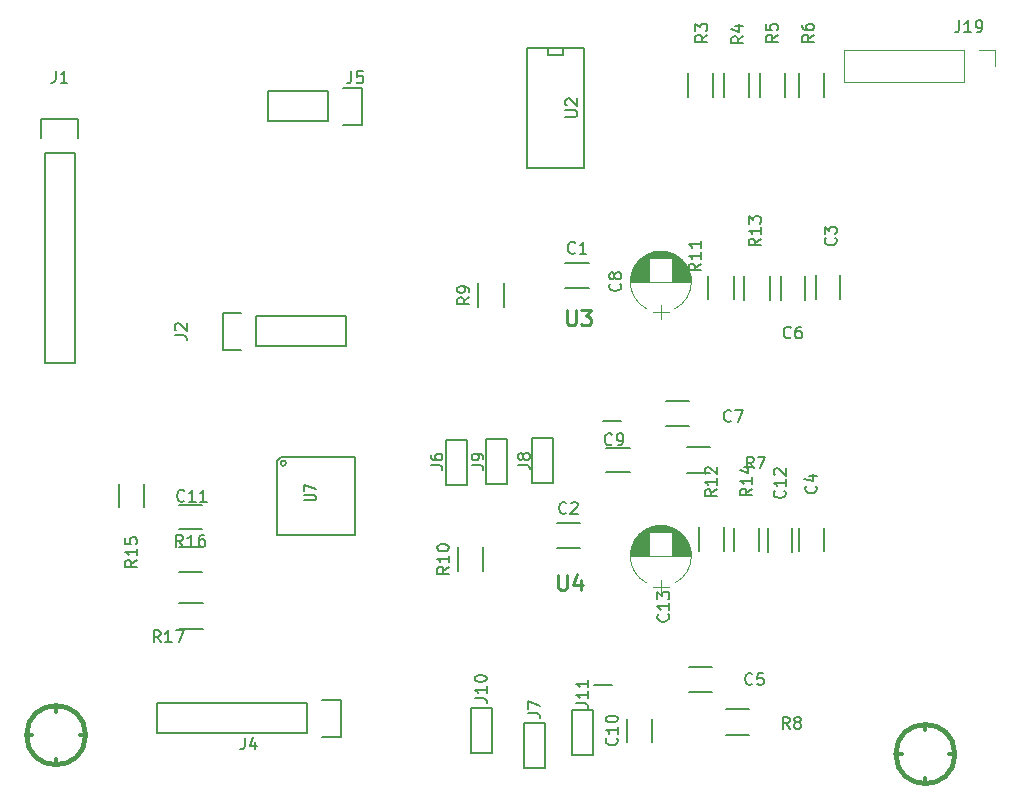
<source format=gbr>
G04 #@! TF.FileFunction,Legend,Top*
%FSLAX46Y46*%
G04 Gerber Fmt 4.6, Leading zero omitted, Abs format (unit mm)*
G04 Created by KiCad (PCBNEW 4.0.7) date Thursday, 23 May 2019 'à' 18:59:53*
%MOMM*%
%LPD*%
G01*
G04 APERTURE LIST*
%ADD10C,0.100000*%
%ADD11C,0.150000*%
%ADD12C,0.127000*%
%ADD13C,0.120000*%
%ADD14C,0.200000*%
%ADD15C,0.300000*%
%ADD16C,0.381000*%
%ADD17C,0.200025*%
%ADD18C,0.200660*%
%ADD19C,0.254000*%
G04 APERTURE END LIST*
D10*
D11*
X146086000Y-72280000D02*
X141260000Y-72280000D01*
X141260000Y-72280000D02*
X141260000Y-62120000D01*
X141260000Y-62120000D02*
X146086000Y-62120000D01*
X146086000Y-62120000D02*
X146086000Y-72280000D01*
X144308000Y-62120000D02*
X144308000Y-62755000D01*
X144308000Y-62755000D02*
X143038000Y-62755000D01*
X143038000Y-62755000D02*
X143038000Y-62120000D01*
X146517000Y-80356600D02*
X144517000Y-80356600D01*
X144517000Y-82406600D02*
X146517000Y-82406600D01*
X145780000Y-102378000D02*
X143780000Y-102378000D01*
X143780000Y-104428000D02*
X145780000Y-104428000D01*
X149996000Y-95952200D02*
X147996000Y-95952200D01*
X147996000Y-98002200D02*
X149996000Y-98002200D01*
X149775000Y-118900000D02*
X149775000Y-120900000D01*
X151825000Y-120900000D02*
X151825000Y-118900000D01*
X113776000Y-100829000D02*
X111776000Y-100829000D01*
X111776000Y-102879000D02*
X113776000Y-102879000D01*
X102970000Y-70970000D02*
X102970000Y-88750000D01*
X102970000Y-88750000D02*
X100430000Y-88750000D01*
X100430000Y-88750000D02*
X100430000Y-70970000D01*
X103250000Y-68150000D02*
X103250000Y-69700000D01*
X102970000Y-70970000D02*
X100430000Y-70970000D01*
X100150000Y-69700000D02*
X100150000Y-68150000D01*
X100150000Y-68150000D02*
X103250000Y-68150000D01*
X118364000Y-87376000D02*
X125984000Y-87376000D01*
X118364000Y-84836000D02*
X125984000Y-84836000D01*
X115544000Y-84556000D02*
X117094000Y-84556000D01*
X125984000Y-87376000D02*
X125984000Y-84836000D01*
X118364000Y-84836000D02*
X118364000Y-87376000D01*
X117094000Y-87656000D02*
X115544000Y-87656000D01*
X115544000Y-87656000D02*
X115544000Y-84556000D01*
X122682000Y-120142000D02*
X109982000Y-120142000D01*
X109982000Y-120142000D02*
X109982000Y-117602000D01*
X109982000Y-117602000D02*
X122682000Y-117602000D01*
X125502000Y-120422000D02*
X123952000Y-120422000D01*
X122682000Y-120142000D02*
X122682000Y-117602000D01*
X123952000Y-117322000D02*
X125502000Y-117322000D01*
X125502000Y-117322000D02*
X125502000Y-120422000D01*
X124460000Y-65786000D02*
X119380000Y-65786000D01*
X119380000Y-65786000D02*
X119380000Y-68326000D01*
X119380000Y-68326000D02*
X124460000Y-68326000D01*
X127280000Y-68606000D02*
X125730000Y-68606000D01*
X124460000Y-68326000D02*
X124460000Y-65786000D01*
X125730000Y-65506000D02*
X127280000Y-65506000D01*
X127280000Y-65506000D02*
X127280000Y-68606000D01*
X136220000Y-99085400D02*
X136220000Y-95275400D01*
X136220000Y-95275400D02*
X134442000Y-95275400D01*
X134442000Y-95275400D02*
X134442000Y-99085400D01*
X136220000Y-99085400D02*
X134442000Y-99085400D01*
X142824000Y-123063000D02*
X142824000Y-119253000D01*
X142824000Y-119253000D02*
X141046000Y-119253000D01*
X141046000Y-119253000D02*
X141046000Y-123063000D01*
X142824000Y-123063000D02*
X141046000Y-123063000D01*
X143485000Y-98983800D02*
X143485000Y-95173800D01*
X143485000Y-95173800D02*
X141707000Y-95173800D01*
X141707000Y-95173800D02*
X141707000Y-98983800D01*
X143485000Y-98983800D02*
X141707000Y-98983800D01*
X139548000Y-99034600D02*
X139548000Y-95224600D01*
X139548000Y-95224600D02*
X137770000Y-95224600D01*
X137770000Y-95224600D02*
X137770000Y-99034600D01*
X139548000Y-99034600D02*
X137770000Y-99034600D01*
X138289000Y-121805000D02*
X138289000Y-117995000D01*
X138289000Y-117995000D02*
X136511000Y-117995000D01*
X136511000Y-117995000D02*
X136511000Y-121805000D01*
X138289000Y-121805000D02*
X136511000Y-121805000D01*
X146888000Y-121996000D02*
X146888000Y-118186000D01*
X146888000Y-118186000D02*
X145110000Y-118186000D01*
X145110000Y-118186000D02*
X145110000Y-121996000D01*
X146888000Y-121996000D02*
X145110000Y-121996000D01*
X154881000Y-66278000D02*
X154881000Y-64278000D01*
X157031000Y-64278000D02*
X157031000Y-66278000D01*
X157929000Y-66278000D02*
X157929000Y-64278000D01*
X160079000Y-64278000D02*
X160079000Y-66278000D01*
X160977000Y-66278000D02*
X160977000Y-64278000D01*
X163127000Y-64278000D02*
X163127000Y-66278000D01*
X164279000Y-66278000D02*
X164279000Y-64278000D01*
X166429000Y-64278000D02*
X166429000Y-66278000D01*
X139302000Y-82058000D02*
X139302000Y-84058000D01*
X137152000Y-84058000D02*
X137152000Y-82058000D01*
X137575000Y-104410000D02*
X137575000Y-106410000D01*
X135425000Y-106410000D02*
X135425000Y-104410000D01*
X106725000Y-101000000D02*
X106725000Y-99000000D01*
X108875000Y-99000000D02*
X108875000Y-101000000D01*
X111776000Y-104335000D02*
X113776000Y-104335000D01*
X113776000Y-106485000D02*
X111776000Y-106485000D01*
X111800000Y-109125000D02*
X113800000Y-109125000D01*
X113800000Y-111275000D02*
X111800000Y-111275000D01*
D12*
X120867296Y-97274380D02*
G75*
G03X120867296Y-97274380I-224916J0D01*
G01*
X120441720Y-96774000D02*
X126743460Y-96774000D01*
X126743460Y-96774000D02*
X126743460Y-103375460D01*
X126743460Y-103375460D02*
X120243600Y-103375460D01*
X120243600Y-103375460D02*
X120142000Y-103375460D01*
X120142000Y-103375460D02*
X120142000Y-97076260D01*
X120142000Y-97076260D02*
X120441720Y-96774000D01*
D11*
X165751000Y-81346800D02*
X165751000Y-83346800D01*
X167801000Y-83346800D02*
X167801000Y-81346800D01*
X164329000Y-102734000D02*
X164329000Y-104734000D01*
X166379000Y-104734000D02*
X166379000Y-102734000D01*
X154956000Y-116620000D02*
X156956000Y-116620000D01*
X156956000Y-114570000D02*
X154956000Y-114570000D01*
X162754000Y-81448400D02*
X162754000Y-83448400D01*
X164804000Y-83448400D02*
X164804000Y-81448400D01*
X155026000Y-92040600D02*
X153026000Y-92040600D01*
X153026000Y-94090600D02*
X155026000Y-94090600D01*
X161687000Y-102784000D02*
X161687000Y-104784000D01*
X163737000Y-104784000D02*
X163737000Y-102784000D01*
X156804000Y-98077600D02*
X154804000Y-98077600D01*
X154804000Y-95927600D02*
X156804000Y-95927600D01*
X158100000Y-118125000D02*
X160100000Y-118125000D01*
X160100000Y-120275000D02*
X158100000Y-120275000D01*
X158758000Y-81397600D02*
X158758000Y-83397600D01*
X156608000Y-83397600D02*
X156608000Y-81397600D01*
X157945000Y-102683000D02*
X157945000Y-104683000D01*
X155795000Y-104683000D02*
X155795000Y-102683000D01*
X161806000Y-81448400D02*
X161806000Y-83448400D01*
X159656000Y-83448400D02*
X159656000Y-81448400D01*
X160943000Y-102734000D02*
X160943000Y-104734000D01*
X158793000Y-104734000D02*
X158793000Y-102734000D01*
D13*
X151423277Y-102815278D02*
G75*
G03X151423000Y-107426580I1179723J-2305722D01*
G01*
X153782723Y-102815278D02*
G75*
G02X153783000Y-107426580I-1179723J-2305722D01*
G01*
X153782723Y-102815278D02*
G75*
G03X151423000Y-102815420I-1179723J-2305722D01*
G01*
X150053000Y-105121000D02*
X155153000Y-105121000D01*
X150053000Y-105081000D02*
X151623000Y-105081000D01*
X153583000Y-105081000D02*
X155153000Y-105081000D01*
X150054000Y-105041000D02*
X151623000Y-105041000D01*
X153583000Y-105041000D02*
X155152000Y-105041000D01*
X150055000Y-105001000D02*
X151623000Y-105001000D01*
X153583000Y-105001000D02*
X155151000Y-105001000D01*
X150057000Y-104961000D02*
X151623000Y-104961000D01*
X153583000Y-104961000D02*
X155149000Y-104961000D01*
X150060000Y-104921000D02*
X151623000Y-104921000D01*
X153583000Y-104921000D02*
X155146000Y-104921000D01*
X150064000Y-104881000D02*
X151623000Y-104881000D01*
X153583000Y-104881000D02*
X155142000Y-104881000D01*
X150068000Y-104841000D02*
X151623000Y-104841000D01*
X153583000Y-104841000D02*
X155138000Y-104841000D01*
X150072000Y-104801000D02*
X151623000Y-104801000D01*
X153583000Y-104801000D02*
X155134000Y-104801000D01*
X150078000Y-104761000D02*
X151623000Y-104761000D01*
X153583000Y-104761000D02*
X155128000Y-104761000D01*
X150084000Y-104721000D02*
X151623000Y-104721000D01*
X153583000Y-104721000D02*
X155122000Y-104721000D01*
X150090000Y-104681000D02*
X151623000Y-104681000D01*
X153583000Y-104681000D02*
X155116000Y-104681000D01*
X150097000Y-104641000D02*
X151623000Y-104641000D01*
X153583000Y-104641000D02*
X155109000Y-104641000D01*
X150105000Y-104601000D02*
X151623000Y-104601000D01*
X153583000Y-104601000D02*
X155101000Y-104601000D01*
X150114000Y-104561000D02*
X151623000Y-104561000D01*
X153583000Y-104561000D02*
X155092000Y-104561000D01*
X150123000Y-104521000D02*
X151623000Y-104521000D01*
X153583000Y-104521000D02*
X155083000Y-104521000D01*
X150133000Y-104481000D02*
X151623000Y-104481000D01*
X153583000Y-104481000D02*
X155073000Y-104481000D01*
X150143000Y-104441000D02*
X151623000Y-104441000D01*
X153583000Y-104441000D02*
X155063000Y-104441000D01*
X150155000Y-104400000D02*
X151623000Y-104400000D01*
X153583000Y-104400000D02*
X155051000Y-104400000D01*
X150167000Y-104360000D02*
X151623000Y-104360000D01*
X153583000Y-104360000D02*
X155039000Y-104360000D01*
X150179000Y-104320000D02*
X151623000Y-104320000D01*
X153583000Y-104320000D02*
X155027000Y-104320000D01*
X150193000Y-104280000D02*
X151623000Y-104280000D01*
X153583000Y-104280000D02*
X155013000Y-104280000D01*
X150207000Y-104240000D02*
X151623000Y-104240000D01*
X153583000Y-104240000D02*
X154999000Y-104240000D01*
X150221000Y-104200000D02*
X151623000Y-104200000D01*
X153583000Y-104200000D02*
X154985000Y-104200000D01*
X150237000Y-104160000D02*
X151623000Y-104160000D01*
X153583000Y-104160000D02*
X154969000Y-104160000D01*
X150253000Y-104120000D02*
X151623000Y-104120000D01*
X153583000Y-104120000D02*
X154953000Y-104120000D01*
X150270000Y-104080000D02*
X151623000Y-104080000D01*
X153583000Y-104080000D02*
X154936000Y-104080000D01*
X150288000Y-104040000D02*
X151623000Y-104040000D01*
X153583000Y-104040000D02*
X154918000Y-104040000D01*
X150307000Y-104000000D02*
X151623000Y-104000000D01*
X153583000Y-104000000D02*
X154899000Y-104000000D01*
X150327000Y-103960000D02*
X151623000Y-103960000D01*
X153583000Y-103960000D02*
X154879000Y-103960000D01*
X150347000Y-103920000D02*
X151623000Y-103920000D01*
X153583000Y-103920000D02*
X154859000Y-103920000D01*
X150369000Y-103880000D02*
X151623000Y-103880000D01*
X153583000Y-103880000D02*
X154837000Y-103880000D01*
X150391000Y-103840000D02*
X151623000Y-103840000D01*
X153583000Y-103840000D02*
X154815000Y-103840000D01*
X150414000Y-103800000D02*
X151623000Y-103800000D01*
X153583000Y-103800000D02*
X154792000Y-103800000D01*
X150438000Y-103760000D02*
X151623000Y-103760000D01*
X153583000Y-103760000D02*
X154768000Y-103760000D01*
X150463000Y-103720000D02*
X151623000Y-103720000D01*
X153583000Y-103720000D02*
X154743000Y-103720000D01*
X150490000Y-103680000D02*
X151623000Y-103680000D01*
X153583000Y-103680000D02*
X154716000Y-103680000D01*
X150517000Y-103640000D02*
X151623000Y-103640000D01*
X153583000Y-103640000D02*
X154689000Y-103640000D01*
X150545000Y-103600000D02*
X151623000Y-103600000D01*
X153583000Y-103600000D02*
X154661000Y-103600000D01*
X150575000Y-103560000D02*
X151623000Y-103560000D01*
X153583000Y-103560000D02*
X154631000Y-103560000D01*
X150606000Y-103520000D02*
X151623000Y-103520000D01*
X153583000Y-103520000D02*
X154600000Y-103520000D01*
X150638000Y-103480000D02*
X151623000Y-103480000D01*
X153583000Y-103480000D02*
X154568000Y-103480000D01*
X150671000Y-103440000D02*
X151623000Y-103440000D01*
X153583000Y-103440000D02*
X154535000Y-103440000D01*
X150706000Y-103400000D02*
X151623000Y-103400000D01*
X153583000Y-103400000D02*
X154500000Y-103400000D01*
X150742000Y-103360000D02*
X151623000Y-103360000D01*
X153583000Y-103360000D02*
X154464000Y-103360000D01*
X150780000Y-103320000D02*
X151623000Y-103320000D01*
X153583000Y-103320000D02*
X154426000Y-103320000D01*
X150820000Y-103280000D02*
X151623000Y-103280000D01*
X153583000Y-103280000D02*
X154386000Y-103280000D01*
X150861000Y-103240000D02*
X151623000Y-103240000D01*
X153583000Y-103240000D02*
X154345000Y-103240000D01*
X150904000Y-103200000D02*
X151623000Y-103200000D01*
X153583000Y-103200000D02*
X154302000Y-103200000D01*
X150949000Y-103160000D02*
X151623000Y-103160000D01*
X153583000Y-103160000D02*
X154257000Y-103160000D01*
X150997000Y-103120000D02*
X154209000Y-103120000D01*
X151047000Y-103080000D02*
X154159000Y-103080000D01*
X151099000Y-103040000D02*
X154107000Y-103040000D01*
X151155000Y-103000000D02*
X154051000Y-103000000D01*
X151213000Y-102960000D02*
X153993000Y-102960000D01*
X151276000Y-102920000D02*
X153930000Y-102920000D01*
X151342000Y-102880000D02*
X153864000Y-102880000D01*
X151414000Y-102840000D02*
X153792000Y-102840000D01*
X151491000Y-102800000D02*
X153715000Y-102800000D01*
X151575000Y-102760000D02*
X153631000Y-102760000D01*
X151669000Y-102720000D02*
X153537000Y-102720000D01*
X151774000Y-102680000D02*
X153432000Y-102680000D01*
X151896000Y-102640000D02*
X153310000Y-102640000D01*
X152044000Y-102600000D02*
X153162000Y-102600000D01*
X152249000Y-102560000D02*
X152957000Y-102560000D01*
X152603000Y-108321000D02*
X152603000Y-107121000D01*
X151953000Y-107721000D02*
X153253000Y-107721000D01*
X151423277Y-79599878D02*
G75*
G03X151423000Y-84211180I1179723J-2305722D01*
G01*
X153782723Y-79599878D02*
G75*
G02X153783000Y-84211180I-1179723J-2305722D01*
G01*
X153782723Y-79599878D02*
G75*
G03X151423000Y-79600020I-1179723J-2305722D01*
G01*
X150053000Y-81905600D02*
X155153000Y-81905600D01*
X150053000Y-81865600D02*
X151623000Y-81865600D01*
X153583000Y-81865600D02*
X155153000Y-81865600D01*
X150054000Y-81825600D02*
X151623000Y-81825600D01*
X153583000Y-81825600D02*
X155152000Y-81825600D01*
X150055000Y-81785600D02*
X151623000Y-81785600D01*
X153583000Y-81785600D02*
X155151000Y-81785600D01*
X150057000Y-81745600D02*
X151623000Y-81745600D01*
X153583000Y-81745600D02*
X155149000Y-81745600D01*
X150060000Y-81705600D02*
X151623000Y-81705600D01*
X153583000Y-81705600D02*
X155146000Y-81705600D01*
X150064000Y-81665600D02*
X151623000Y-81665600D01*
X153583000Y-81665600D02*
X155142000Y-81665600D01*
X150068000Y-81625600D02*
X151623000Y-81625600D01*
X153583000Y-81625600D02*
X155138000Y-81625600D01*
X150072000Y-81585600D02*
X151623000Y-81585600D01*
X153583000Y-81585600D02*
X155134000Y-81585600D01*
X150078000Y-81545600D02*
X151623000Y-81545600D01*
X153583000Y-81545600D02*
X155128000Y-81545600D01*
X150084000Y-81505600D02*
X151623000Y-81505600D01*
X153583000Y-81505600D02*
X155122000Y-81505600D01*
X150090000Y-81465600D02*
X151623000Y-81465600D01*
X153583000Y-81465600D02*
X155116000Y-81465600D01*
X150097000Y-81425600D02*
X151623000Y-81425600D01*
X153583000Y-81425600D02*
X155109000Y-81425600D01*
X150105000Y-81385600D02*
X151623000Y-81385600D01*
X153583000Y-81385600D02*
X155101000Y-81385600D01*
X150114000Y-81345600D02*
X151623000Y-81345600D01*
X153583000Y-81345600D02*
X155092000Y-81345600D01*
X150123000Y-81305600D02*
X151623000Y-81305600D01*
X153583000Y-81305600D02*
X155083000Y-81305600D01*
X150133000Y-81265600D02*
X151623000Y-81265600D01*
X153583000Y-81265600D02*
X155073000Y-81265600D01*
X150143000Y-81225600D02*
X151623000Y-81225600D01*
X153583000Y-81225600D02*
X155063000Y-81225600D01*
X150155000Y-81184600D02*
X151623000Y-81184600D01*
X153583000Y-81184600D02*
X155051000Y-81184600D01*
X150167000Y-81144600D02*
X151623000Y-81144600D01*
X153583000Y-81144600D02*
X155039000Y-81144600D01*
X150179000Y-81104600D02*
X151623000Y-81104600D01*
X153583000Y-81104600D02*
X155027000Y-81104600D01*
X150193000Y-81064600D02*
X151623000Y-81064600D01*
X153583000Y-81064600D02*
X155013000Y-81064600D01*
X150207000Y-81024600D02*
X151623000Y-81024600D01*
X153583000Y-81024600D02*
X154999000Y-81024600D01*
X150221000Y-80984600D02*
X151623000Y-80984600D01*
X153583000Y-80984600D02*
X154985000Y-80984600D01*
X150237000Y-80944600D02*
X151623000Y-80944600D01*
X153583000Y-80944600D02*
X154969000Y-80944600D01*
X150253000Y-80904600D02*
X151623000Y-80904600D01*
X153583000Y-80904600D02*
X154953000Y-80904600D01*
X150270000Y-80864600D02*
X151623000Y-80864600D01*
X153583000Y-80864600D02*
X154936000Y-80864600D01*
X150288000Y-80824600D02*
X151623000Y-80824600D01*
X153583000Y-80824600D02*
X154918000Y-80824600D01*
X150307000Y-80784600D02*
X151623000Y-80784600D01*
X153583000Y-80784600D02*
X154899000Y-80784600D01*
X150327000Y-80744600D02*
X151623000Y-80744600D01*
X153583000Y-80744600D02*
X154879000Y-80744600D01*
X150347000Y-80704600D02*
X151623000Y-80704600D01*
X153583000Y-80704600D02*
X154859000Y-80704600D01*
X150369000Y-80664600D02*
X151623000Y-80664600D01*
X153583000Y-80664600D02*
X154837000Y-80664600D01*
X150391000Y-80624600D02*
X151623000Y-80624600D01*
X153583000Y-80624600D02*
X154815000Y-80624600D01*
X150414000Y-80584600D02*
X151623000Y-80584600D01*
X153583000Y-80584600D02*
X154792000Y-80584600D01*
X150438000Y-80544600D02*
X151623000Y-80544600D01*
X153583000Y-80544600D02*
X154768000Y-80544600D01*
X150463000Y-80504600D02*
X151623000Y-80504600D01*
X153583000Y-80504600D02*
X154743000Y-80504600D01*
X150490000Y-80464600D02*
X151623000Y-80464600D01*
X153583000Y-80464600D02*
X154716000Y-80464600D01*
X150517000Y-80424600D02*
X151623000Y-80424600D01*
X153583000Y-80424600D02*
X154689000Y-80424600D01*
X150545000Y-80384600D02*
X151623000Y-80384600D01*
X153583000Y-80384600D02*
X154661000Y-80384600D01*
X150575000Y-80344600D02*
X151623000Y-80344600D01*
X153583000Y-80344600D02*
X154631000Y-80344600D01*
X150606000Y-80304600D02*
X151623000Y-80304600D01*
X153583000Y-80304600D02*
X154600000Y-80304600D01*
X150638000Y-80264600D02*
X151623000Y-80264600D01*
X153583000Y-80264600D02*
X154568000Y-80264600D01*
X150671000Y-80224600D02*
X151623000Y-80224600D01*
X153583000Y-80224600D02*
X154535000Y-80224600D01*
X150706000Y-80184600D02*
X151623000Y-80184600D01*
X153583000Y-80184600D02*
X154500000Y-80184600D01*
X150742000Y-80144600D02*
X151623000Y-80144600D01*
X153583000Y-80144600D02*
X154464000Y-80144600D01*
X150780000Y-80104600D02*
X151623000Y-80104600D01*
X153583000Y-80104600D02*
X154426000Y-80104600D01*
X150820000Y-80064600D02*
X151623000Y-80064600D01*
X153583000Y-80064600D02*
X154386000Y-80064600D01*
X150861000Y-80024600D02*
X151623000Y-80024600D01*
X153583000Y-80024600D02*
X154345000Y-80024600D01*
X150904000Y-79984600D02*
X151623000Y-79984600D01*
X153583000Y-79984600D02*
X154302000Y-79984600D01*
X150949000Y-79944600D02*
X151623000Y-79944600D01*
X153583000Y-79944600D02*
X154257000Y-79944600D01*
X150997000Y-79904600D02*
X154209000Y-79904600D01*
X151047000Y-79864600D02*
X154159000Y-79864600D01*
X151099000Y-79824600D02*
X154107000Y-79824600D01*
X151155000Y-79784600D02*
X154051000Y-79784600D01*
X151213000Y-79744600D02*
X153993000Y-79744600D01*
X151276000Y-79704600D02*
X153930000Y-79704600D01*
X151342000Y-79664600D02*
X153864000Y-79664600D01*
X151414000Y-79624600D02*
X153792000Y-79624600D01*
X151491000Y-79584600D02*
X153715000Y-79584600D01*
X151575000Y-79544600D02*
X153631000Y-79544600D01*
X151669000Y-79504600D02*
X153537000Y-79504600D01*
X151774000Y-79464600D02*
X153432000Y-79464600D01*
X151896000Y-79424600D02*
X153310000Y-79424600D01*
X152044000Y-79384600D02*
X153162000Y-79384600D01*
X152249000Y-79344600D02*
X152957000Y-79344600D01*
X152603000Y-85105600D02*
X152603000Y-83905600D01*
X151953000Y-84505600D02*
X153253000Y-84505600D01*
D14*
X149192000Y-93674600D02*
X147717000Y-93674600D01*
X148455000Y-116077000D02*
X146980000Y-116077000D01*
D13*
X168088000Y-62297000D02*
X168088000Y-64957000D01*
X178308000Y-62297000D02*
X168088000Y-62297000D01*
X178308000Y-64957000D02*
X168088000Y-64957000D01*
X178308000Y-62297000D02*
X178308000Y-64957000D01*
X179578000Y-62297000D02*
X180908000Y-62297000D01*
X180908000Y-62297000D02*
X180908000Y-63627000D01*
D15*
X101400000Y-122300000D02*
X101400000Y-122700000D01*
X103400000Y-120300000D02*
X103800000Y-120300000D01*
X101400000Y-118300000D02*
X101400000Y-117900000D01*
X99400000Y-120300000D02*
X99000000Y-120300000D01*
D16*
X103899360Y-120300000D02*
G75*
G03X103899360Y-120300000I-2499360J0D01*
G01*
D15*
X175000000Y-123900000D02*
X175000000Y-124300000D01*
X177000000Y-121900000D02*
X177400000Y-121900000D01*
X175000000Y-119900000D02*
X175000000Y-119500000D01*
X173000000Y-121900000D02*
X172600000Y-121900000D01*
D16*
X177499360Y-121900000D02*
G75*
G03X177499360Y-121900000I-2499360J0D01*
G01*
D11*
X144522381Y-67961905D02*
X145331905Y-67961905D01*
X145427143Y-67914286D01*
X145474762Y-67866667D01*
X145522381Y-67771429D01*
X145522381Y-67580952D01*
X145474762Y-67485714D01*
X145427143Y-67438095D01*
X145331905Y-67390476D01*
X144522381Y-67390476D01*
X144617619Y-66961905D02*
X144570000Y-66914286D01*
X144522381Y-66819048D01*
X144522381Y-66580952D01*
X144570000Y-66485714D01*
X144617619Y-66438095D01*
X144712857Y-66390476D01*
X144808095Y-66390476D01*
X144950952Y-66438095D01*
X145522381Y-67009524D01*
X145522381Y-66390476D01*
X145350334Y-79438743D02*
X145302715Y-79486362D01*
X145159858Y-79533981D01*
X145064620Y-79533981D01*
X144921762Y-79486362D01*
X144826524Y-79391124D01*
X144778905Y-79295886D01*
X144731286Y-79105410D01*
X144731286Y-78962552D01*
X144778905Y-78772076D01*
X144826524Y-78676838D01*
X144921762Y-78581600D01*
X145064620Y-78533981D01*
X145159858Y-78533981D01*
X145302715Y-78581600D01*
X145350334Y-78629219D01*
X146302715Y-79533981D02*
X145731286Y-79533981D01*
X146017000Y-79533981D02*
X146017000Y-78533981D01*
X145921762Y-78676838D01*
X145826524Y-78772076D01*
X145731286Y-78819695D01*
X144613334Y-101460143D02*
X144565715Y-101507762D01*
X144422858Y-101555381D01*
X144327620Y-101555381D01*
X144184762Y-101507762D01*
X144089524Y-101412524D01*
X144041905Y-101317286D01*
X143994286Y-101126810D01*
X143994286Y-100983952D01*
X144041905Y-100793476D01*
X144089524Y-100698238D01*
X144184762Y-100603000D01*
X144327620Y-100555381D01*
X144422858Y-100555381D01*
X144565715Y-100603000D01*
X144613334Y-100650619D01*
X144994286Y-100650619D02*
X145041905Y-100603000D01*
X145137143Y-100555381D01*
X145375239Y-100555381D01*
X145470477Y-100603000D01*
X145518096Y-100650619D01*
X145565715Y-100745857D01*
X145565715Y-100841095D01*
X145518096Y-100983952D01*
X144946667Y-101555381D01*
X145565715Y-101555381D01*
X148473734Y-95657943D02*
X148426115Y-95705562D01*
X148283258Y-95753181D01*
X148188020Y-95753181D01*
X148045162Y-95705562D01*
X147949924Y-95610324D01*
X147902305Y-95515086D01*
X147854686Y-95324610D01*
X147854686Y-95181752D01*
X147902305Y-94991276D01*
X147949924Y-94896038D01*
X148045162Y-94800800D01*
X148188020Y-94753181D01*
X148283258Y-94753181D01*
X148426115Y-94800800D01*
X148473734Y-94848419D01*
X148949924Y-95753181D02*
X149140400Y-95753181D01*
X149235639Y-95705562D01*
X149283258Y-95657943D01*
X149378496Y-95515086D01*
X149426115Y-95324610D01*
X149426115Y-94943657D01*
X149378496Y-94848419D01*
X149330877Y-94800800D01*
X149235639Y-94753181D01*
X149045162Y-94753181D01*
X148949924Y-94800800D01*
X148902305Y-94848419D01*
X148854686Y-94943657D01*
X148854686Y-95181752D01*
X148902305Y-95276990D01*
X148949924Y-95324610D01*
X149045162Y-95372229D01*
X149235639Y-95372229D01*
X149330877Y-95324610D01*
X149378496Y-95276990D01*
X149426115Y-95181752D01*
X148857143Y-120542857D02*
X148904762Y-120590476D01*
X148952381Y-120733333D01*
X148952381Y-120828571D01*
X148904762Y-120971429D01*
X148809524Y-121066667D01*
X148714286Y-121114286D01*
X148523810Y-121161905D01*
X148380952Y-121161905D01*
X148190476Y-121114286D01*
X148095238Y-121066667D01*
X148000000Y-120971429D01*
X147952381Y-120828571D01*
X147952381Y-120733333D01*
X148000000Y-120590476D01*
X148047619Y-120542857D01*
X148952381Y-119590476D02*
X148952381Y-120161905D01*
X148952381Y-119876191D02*
X147952381Y-119876191D01*
X148095238Y-119971429D01*
X148190476Y-120066667D01*
X148238095Y-120161905D01*
X147952381Y-118971429D02*
X147952381Y-118876190D01*
X148000000Y-118780952D01*
X148047619Y-118733333D01*
X148142857Y-118685714D01*
X148333333Y-118638095D01*
X148571429Y-118638095D01*
X148761905Y-118685714D01*
X148857143Y-118733333D01*
X148904762Y-118780952D01*
X148952381Y-118876190D01*
X148952381Y-118971429D01*
X148904762Y-119066667D01*
X148857143Y-119114286D01*
X148761905Y-119161905D01*
X148571429Y-119209524D01*
X148333333Y-119209524D01*
X148142857Y-119161905D01*
X148047619Y-119114286D01*
X148000000Y-119066667D01*
X147952381Y-118971429D01*
X112260143Y-100433143D02*
X112212524Y-100480762D01*
X112069667Y-100528381D01*
X111974429Y-100528381D01*
X111831571Y-100480762D01*
X111736333Y-100385524D01*
X111688714Y-100290286D01*
X111641095Y-100099810D01*
X111641095Y-99956952D01*
X111688714Y-99766476D01*
X111736333Y-99671238D01*
X111831571Y-99576000D01*
X111974429Y-99528381D01*
X112069667Y-99528381D01*
X112212524Y-99576000D01*
X112260143Y-99623619D01*
X113212524Y-100528381D02*
X112641095Y-100528381D01*
X112926809Y-100528381D02*
X112926809Y-99528381D01*
X112831571Y-99671238D01*
X112736333Y-99766476D01*
X112641095Y-99814095D01*
X114164905Y-100528381D02*
X113593476Y-100528381D01*
X113879190Y-100528381D02*
X113879190Y-99528381D01*
X113783952Y-99671238D01*
X113688714Y-99766476D01*
X113593476Y-99814095D01*
X101366667Y-64052381D02*
X101366667Y-64766667D01*
X101319047Y-64909524D01*
X101223809Y-65004762D01*
X101080952Y-65052381D01*
X100985714Y-65052381D01*
X102366667Y-65052381D02*
X101795238Y-65052381D01*
X102080952Y-65052381D02*
X102080952Y-64052381D01*
X101985714Y-64195238D01*
X101890476Y-64290476D01*
X101795238Y-64338095D01*
X111446381Y-86439333D02*
X112160667Y-86439333D01*
X112303524Y-86486953D01*
X112398762Y-86582191D01*
X112446381Y-86725048D01*
X112446381Y-86820286D01*
X111541619Y-86010762D02*
X111494000Y-85963143D01*
X111446381Y-85867905D01*
X111446381Y-85629809D01*
X111494000Y-85534571D01*
X111541619Y-85486952D01*
X111636857Y-85439333D01*
X111732095Y-85439333D01*
X111874952Y-85486952D01*
X112446381Y-86058381D01*
X112446381Y-85439333D01*
X117370267Y-120508781D02*
X117370267Y-121223067D01*
X117322647Y-121365924D01*
X117227409Y-121461162D01*
X117084552Y-121508781D01*
X116989314Y-121508781D01*
X118275029Y-120842114D02*
X118275029Y-121508781D01*
X118036933Y-120461162D02*
X117798838Y-121175448D01*
X118417886Y-121175448D01*
X126412667Y-64095381D02*
X126412667Y-64809667D01*
X126365047Y-64952524D01*
X126269809Y-65047762D01*
X126126952Y-65095381D01*
X126031714Y-65095381D01*
X127365048Y-64095381D02*
X126888857Y-64095381D01*
X126841238Y-64571571D01*
X126888857Y-64523952D01*
X126984095Y-64476333D01*
X127222191Y-64476333D01*
X127317429Y-64523952D01*
X127365048Y-64571571D01*
X127412667Y-64666810D01*
X127412667Y-64904905D01*
X127365048Y-65000143D01*
X127317429Y-65047762D01*
X127222191Y-65095381D01*
X126984095Y-65095381D01*
X126888857Y-65047762D01*
X126841238Y-65000143D01*
X133106981Y-97462933D02*
X133821267Y-97462933D01*
X133964124Y-97510553D01*
X134059362Y-97605791D01*
X134106981Y-97748648D01*
X134106981Y-97843886D01*
X133106981Y-96558171D02*
X133106981Y-96748648D01*
X133154600Y-96843886D01*
X133202219Y-96891505D01*
X133345076Y-96986743D01*
X133535552Y-97034362D01*
X133916505Y-97034362D01*
X134011743Y-96986743D01*
X134059362Y-96939124D01*
X134106981Y-96843886D01*
X134106981Y-96653409D01*
X134059362Y-96558171D01*
X134011743Y-96510552D01*
X133916505Y-96462933D01*
X133678410Y-96462933D01*
X133583171Y-96510552D01*
X133535552Y-96558171D01*
X133487933Y-96653409D01*
X133487933Y-96843886D01*
X133535552Y-96939124D01*
X133583171Y-96986743D01*
X133678410Y-97034362D01*
X141387381Y-118443333D02*
X142101667Y-118443333D01*
X142244524Y-118490953D01*
X142339762Y-118586191D01*
X142387381Y-118729048D01*
X142387381Y-118824286D01*
X141387381Y-118062381D02*
X141387381Y-117395714D01*
X142387381Y-117824286D01*
X140524381Y-97412133D02*
X141238667Y-97412133D01*
X141381524Y-97459753D01*
X141476762Y-97554991D01*
X141524381Y-97697848D01*
X141524381Y-97793086D01*
X140952952Y-96793086D02*
X140905333Y-96888324D01*
X140857714Y-96935943D01*
X140762476Y-96983562D01*
X140714857Y-96983562D01*
X140619619Y-96935943D01*
X140572000Y-96888324D01*
X140524381Y-96793086D01*
X140524381Y-96602609D01*
X140572000Y-96507371D01*
X140619619Y-96459752D01*
X140714857Y-96412133D01*
X140762476Y-96412133D01*
X140857714Y-96459752D01*
X140905333Y-96507371D01*
X140952952Y-96602609D01*
X140952952Y-96793086D01*
X141000571Y-96888324D01*
X141048190Y-96935943D01*
X141143429Y-96983562D01*
X141333905Y-96983562D01*
X141429143Y-96935943D01*
X141476762Y-96888324D01*
X141524381Y-96793086D01*
X141524381Y-96602609D01*
X141476762Y-96507371D01*
X141429143Y-96459752D01*
X141333905Y-96412133D01*
X141143429Y-96412133D01*
X141048190Y-96459752D01*
X141000571Y-96507371D01*
X140952952Y-96602609D01*
X136587381Y-97462933D02*
X137301667Y-97462933D01*
X137444524Y-97510553D01*
X137539762Y-97605791D01*
X137587381Y-97748648D01*
X137587381Y-97843886D01*
X137587381Y-96939124D02*
X137587381Y-96748648D01*
X137539762Y-96653409D01*
X137492143Y-96605790D01*
X137349286Y-96510552D01*
X137158810Y-96462933D01*
X136777857Y-96462933D01*
X136682619Y-96510552D01*
X136635000Y-96558171D01*
X136587381Y-96653409D01*
X136587381Y-96843886D01*
X136635000Y-96939124D01*
X136682619Y-96986743D01*
X136777857Y-97034362D01*
X137015952Y-97034362D01*
X137111190Y-96986743D01*
X137158810Y-96939124D01*
X137206429Y-96843886D01*
X137206429Y-96653409D01*
X137158810Y-96558171D01*
X137111190Y-96510552D01*
X137015952Y-96462933D01*
X136852381Y-117153523D02*
X137566667Y-117153523D01*
X137709524Y-117201143D01*
X137804762Y-117296381D01*
X137852381Y-117439238D01*
X137852381Y-117534476D01*
X137852381Y-116153523D02*
X137852381Y-116724952D01*
X137852381Y-116439238D02*
X136852381Y-116439238D01*
X136995238Y-116534476D01*
X137090476Y-116629714D01*
X137138095Y-116724952D01*
X136852381Y-115534476D02*
X136852381Y-115439237D01*
X136900000Y-115343999D01*
X136947619Y-115296380D01*
X137042857Y-115248761D01*
X137233333Y-115201142D01*
X137471429Y-115201142D01*
X137661905Y-115248761D01*
X137757143Y-115296380D01*
X137804762Y-115343999D01*
X137852381Y-115439237D01*
X137852381Y-115534476D01*
X137804762Y-115629714D01*
X137757143Y-115677333D01*
X137661905Y-115724952D01*
X137471429Y-115772571D01*
X137233333Y-115772571D01*
X137042857Y-115724952D01*
X136947619Y-115677333D01*
X136900000Y-115629714D01*
X136852381Y-115534476D01*
X145451381Y-117598523D02*
X146165667Y-117598523D01*
X146308524Y-117646143D01*
X146403762Y-117741381D01*
X146451381Y-117884238D01*
X146451381Y-117979476D01*
X146451381Y-116598523D02*
X146451381Y-117169952D01*
X146451381Y-116884238D02*
X145451381Y-116884238D01*
X145594238Y-116979476D01*
X145689476Y-117074714D01*
X145737095Y-117169952D01*
X146451381Y-115646142D02*
X146451381Y-116217571D01*
X146451381Y-115931857D02*
X145451381Y-115931857D01*
X145594238Y-116027095D01*
X145689476Y-116122333D01*
X145737095Y-116217571D01*
X156535381Y-60999666D02*
X156059190Y-61333000D01*
X156535381Y-61571095D02*
X155535381Y-61571095D01*
X155535381Y-61190142D01*
X155583000Y-61094904D01*
X155630619Y-61047285D01*
X155725857Y-60999666D01*
X155868714Y-60999666D01*
X155963952Y-61047285D01*
X156011571Y-61094904D01*
X156059190Y-61190142D01*
X156059190Y-61571095D01*
X155535381Y-60666333D02*
X155535381Y-60047285D01*
X155916333Y-60380619D01*
X155916333Y-60237761D01*
X155963952Y-60142523D01*
X156011571Y-60094904D01*
X156106810Y-60047285D01*
X156344905Y-60047285D01*
X156440143Y-60094904D01*
X156487762Y-60142523D01*
X156535381Y-60237761D01*
X156535381Y-60523476D01*
X156487762Y-60618714D01*
X156440143Y-60666333D01*
X159583381Y-61126666D02*
X159107190Y-61460000D01*
X159583381Y-61698095D02*
X158583381Y-61698095D01*
X158583381Y-61317142D01*
X158631000Y-61221904D01*
X158678619Y-61174285D01*
X158773857Y-61126666D01*
X158916714Y-61126666D01*
X159011952Y-61174285D01*
X159059571Y-61221904D01*
X159107190Y-61317142D01*
X159107190Y-61698095D01*
X158916714Y-60269523D02*
X159583381Y-60269523D01*
X158535762Y-60507619D02*
X159250048Y-60745714D01*
X159250048Y-60126666D01*
X162504381Y-60999666D02*
X162028190Y-61333000D01*
X162504381Y-61571095D02*
X161504381Y-61571095D01*
X161504381Y-61190142D01*
X161552000Y-61094904D01*
X161599619Y-61047285D01*
X161694857Y-60999666D01*
X161837714Y-60999666D01*
X161932952Y-61047285D01*
X161980571Y-61094904D01*
X162028190Y-61190142D01*
X162028190Y-61571095D01*
X161504381Y-60094904D02*
X161504381Y-60571095D01*
X161980571Y-60618714D01*
X161932952Y-60571095D01*
X161885333Y-60475857D01*
X161885333Y-60237761D01*
X161932952Y-60142523D01*
X161980571Y-60094904D01*
X162075810Y-60047285D01*
X162313905Y-60047285D01*
X162409143Y-60094904D01*
X162456762Y-60142523D01*
X162504381Y-60237761D01*
X162504381Y-60475857D01*
X162456762Y-60571095D01*
X162409143Y-60618714D01*
X165552381Y-60999666D02*
X165076190Y-61333000D01*
X165552381Y-61571095D02*
X164552381Y-61571095D01*
X164552381Y-61190142D01*
X164600000Y-61094904D01*
X164647619Y-61047285D01*
X164742857Y-60999666D01*
X164885714Y-60999666D01*
X164980952Y-61047285D01*
X165028571Y-61094904D01*
X165076190Y-61190142D01*
X165076190Y-61571095D01*
X164552381Y-60142523D02*
X164552381Y-60333000D01*
X164600000Y-60428238D01*
X164647619Y-60475857D01*
X164790476Y-60571095D01*
X164980952Y-60618714D01*
X165361905Y-60618714D01*
X165457143Y-60571095D01*
X165504762Y-60523476D01*
X165552381Y-60428238D01*
X165552381Y-60237761D01*
X165504762Y-60142523D01*
X165457143Y-60094904D01*
X165361905Y-60047285D01*
X165123810Y-60047285D01*
X165028571Y-60094904D01*
X164980952Y-60142523D01*
X164933333Y-60237761D01*
X164933333Y-60428238D01*
X164980952Y-60523476D01*
X165028571Y-60571095D01*
X165123810Y-60618714D01*
X136379381Y-83224666D02*
X135903190Y-83558000D01*
X136379381Y-83796095D02*
X135379381Y-83796095D01*
X135379381Y-83415142D01*
X135427000Y-83319904D01*
X135474619Y-83272285D01*
X135569857Y-83224666D01*
X135712714Y-83224666D01*
X135807952Y-83272285D01*
X135855571Y-83319904D01*
X135903190Y-83415142D01*
X135903190Y-83796095D01*
X136379381Y-82748476D02*
X136379381Y-82558000D01*
X136331762Y-82462761D01*
X136284143Y-82415142D01*
X136141286Y-82319904D01*
X135950810Y-82272285D01*
X135569857Y-82272285D01*
X135474619Y-82319904D01*
X135427000Y-82367523D01*
X135379381Y-82462761D01*
X135379381Y-82653238D01*
X135427000Y-82748476D01*
X135474619Y-82796095D01*
X135569857Y-82843714D01*
X135807952Y-82843714D01*
X135903190Y-82796095D01*
X135950810Y-82748476D01*
X135998429Y-82653238D01*
X135998429Y-82462761D01*
X135950810Y-82367523D01*
X135903190Y-82319904D01*
X135807952Y-82272285D01*
X134652381Y-106052857D02*
X134176190Y-106386191D01*
X134652381Y-106624286D02*
X133652381Y-106624286D01*
X133652381Y-106243333D01*
X133700000Y-106148095D01*
X133747619Y-106100476D01*
X133842857Y-106052857D01*
X133985714Y-106052857D01*
X134080952Y-106100476D01*
X134128571Y-106148095D01*
X134176190Y-106243333D01*
X134176190Y-106624286D01*
X134652381Y-105100476D02*
X134652381Y-105671905D01*
X134652381Y-105386191D02*
X133652381Y-105386191D01*
X133795238Y-105481429D01*
X133890476Y-105576667D01*
X133938095Y-105671905D01*
X133652381Y-104481429D02*
X133652381Y-104386190D01*
X133700000Y-104290952D01*
X133747619Y-104243333D01*
X133842857Y-104195714D01*
X134033333Y-104148095D01*
X134271429Y-104148095D01*
X134461905Y-104195714D01*
X134557143Y-104243333D01*
X134604762Y-104290952D01*
X134652381Y-104386190D01*
X134652381Y-104481429D01*
X134604762Y-104576667D01*
X134557143Y-104624286D01*
X134461905Y-104671905D01*
X134271429Y-104719524D01*
X134033333Y-104719524D01*
X133842857Y-104671905D01*
X133747619Y-104624286D01*
X133700000Y-104576667D01*
X133652381Y-104481429D01*
X108252381Y-105468857D02*
X107776190Y-105802191D01*
X108252381Y-106040286D02*
X107252381Y-106040286D01*
X107252381Y-105659333D01*
X107300000Y-105564095D01*
X107347619Y-105516476D01*
X107442857Y-105468857D01*
X107585714Y-105468857D01*
X107680952Y-105516476D01*
X107728571Y-105564095D01*
X107776190Y-105659333D01*
X107776190Y-106040286D01*
X108252381Y-104516476D02*
X108252381Y-105087905D01*
X108252381Y-104802191D02*
X107252381Y-104802191D01*
X107395238Y-104897429D01*
X107490476Y-104992667D01*
X107538095Y-105087905D01*
X107252381Y-103611714D02*
X107252381Y-104087905D01*
X107728571Y-104135524D01*
X107680952Y-104087905D01*
X107633333Y-103992667D01*
X107633333Y-103754571D01*
X107680952Y-103659333D01*
X107728571Y-103611714D01*
X107823810Y-103564095D01*
X108061905Y-103564095D01*
X108157143Y-103611714D01*
X108204762Y-103659333D01*
X108252381Y-103754571D01*
X108252381Y-103992667D01*
X108204762Y-104087905D01*
X108157143Y-104135524D01*
X112133143Y-104338381D02*
X111799809Y-103862190D01*
X111561714Y-104338381D02*
X111561714Y-103338381D01*
X111942667Y-103338381D01*
X112037905Y-103386000D01*
X112085524Y-103433619D01*
X112133143Y-103528857D01*
X112133143Y-103671714D01*
X112085524Y-103766952D01*
X112037905Y-103814571D01*
X111942667Y-103862190D01*
X111561714Y-103862190D01*
X113085524Y-104338381D02*
X112514095Y-104338381D01*
X112799809Y-104338381D02*
X112799809Y-103338381D01*
X112704571Y-103481238D01*
X112609333Y-103576476D01*
X112514095Y-103624095D01*
X113942667Y-103338381D02*
X113752190Y-103338381D01*
X113656952Y-103386000D01*
X113609333Y-103433619D01*
X113514095Y-103576476D01*
X113466476Y-103766952D01*
X113466476Y-104147905D01*
X113514095Y-104243143D01*
X113561714Y-104290762D01*
X113656952Y-104338381D01*
X113847429Y-104338381D01*
X113942667Y-104290762D01*
X113990286Y-104243143D01*
X114037905Y-104147905D01*
X114037905Y-103909810D01*
X113990286Y-103814571D01*
X113942667Y-103766952D01*
X113847429Y-103719333D01*
X113656952Y-103719333D01*
X113561714Y-103766952D01*
X113514095Y-103814571D01*
X113466476Y-103909810D01*
X110252143Y-112430381D02*
X109918809Y-111954190D01*
X109680714Y-112430381D02*
X109680714Y-111430381D01*
X110061667Y-111430381D01*
X110156905Y-111478000D01*
X110204524Y-111525619D01*
X110252143Y-111620857D01*
X110252143Y-111763714D01*
X110204524Y-111858952D01*
X110156905Y-111906571D01*
X110061667Y-111954190D01*
X109680714Y-111954190D01*
X111204524Y-112430381D02*
X110633095Y-112430381D01*
X110918809Y-112430381D02*
X110918809Y-111430381D01*
X110823571Y-111573238D01*
X110728333Y-111668476D01*
X110633095Y-111716095D01*
X111537857Y-111430381D02*
X112204524Y-111430381D01*
X111775952Y-112430381D01*
D17*
X122379619Y-100431600D02*
X123202095Y-100431600D01*
X123298857Y-100393500D01*
X123347238Y-100355400D01*
X123395619Y-100279200D01*
X123395619Y-100126800D01*
X123347238Y-100050600D01*
X123298857Y-100012500D01*
X123202095Y-99974400D01*
X122379619Y-99974400D01*
X122379619Y-99669600D02*
X122379619Y-99136200D01*
X123395619Y-99479100D01*
D18*
D11*
X167387143Y-78195466D02*
X167434762Y-78243085D01*
X167482381Y-78385942D01*
X167482381Y-78481180D01*
X167434762Y-78624038D01*
X167339524Y-78719276D01*
X167244286Y-78766895D01*
X167053810Y-78814514D01*
X166910952Y-78814514D01*
X166720476Y-78766895D01*
X166625238Y-78719276D01*
X166530000Y-78624038D01*
X166482381Y-78481180D01*
X166482381Y-78385942D01*
X166530000Y-78243085D01*
X166577619Y-78195466D01*
X166482381Y-77862133D02*
X166482381Y-77243085D01*
X166863333Y-77576419D01*
X166863333Y-77433561D01*
X166910952Y-77338323D01*
X166958571Y-77290704D01*
X167053810Y-77243085D01*
X167291905Y-77243085D01*
X167387143Y-77290704D01*
X167434762Y-77338323D01*
X167482381Y-77433561D01*
X167482381Y-77719276D01*
X167434762Y-77814514D01*
X167387143Y-77862133D01*
X165711143Y-99201666D02*
X165758762Y-99249285D01*
X165806381Y-99392142D01*
X165806381Y-99487380D01*
X165758762Y-99630238D01*
X165663524Y-99725476D01*
X165568286Y-99773095D01*
X165377810Y-99820714D01*
X165234952Y-99820714D01*
X165044476Y-99773095D01*
X164949238Y-99725476D01*
X164854000Y-99630238D01*
X164806381Y-99487380D01*
X164806381Y-99392142D01*
X164854000Y-99249285D01*
X164901619Y-99201666D01*
X165139714Y-98344523D02*
X165806381Y-98344523D01*
X164758762Y-98582619D02*
X165473048Y-98820714D01*
X165473048Y-98201666D01*
X160361334Y-115952143D02*
X160313715Y-115999762D01*
X160170858Y-116047381D01*
X160075620Y-116047381D01*
X159932762Y-115999762D01*
X159837524Y-115904524D01*
X159789905Y-115809286D01*
X159742286Y-115618810D01*
X159742286Y-115475952D01*
X159789905Y-115285476D01*
X159837524Y-115190238D01*
X159932762Y-115095000D01*
X160075620Y-115047381D01*
X160170858Y-115047381D01*
X160313715Y-115095000D01*
X160361334Y-115142619D01*
X161266096Y-115047381D02*
X160789905Y-115047381D01*
X160742286Y-115523571D01*
X160789905Y-115475952D01*
X160885143Y-115428333D01*
X161123239Y-115428333D01*
X161218477Y-115475952D01*
X161266096Y-115523571D01*
X161313715Y-115618810D01*
X161313715Y-115856905D01*
X161266096Y-115952143D01*
X161218477Y-115999762D01*
X161123239Y-116047381D01*
X160885143Y-116047381D01*
X160789905Y-115999762D01*
X160742286Y-115952143D01*
X163612334Y-86615543D02*
X163564715Y-86663162D01*
X163421858Y-86710781D01*
X163326620Y-86710781D01*
X163183762Y-86663162D01*
X163088524Y-86567924D01*
X163040905Y-86472686D01*
X162993286Y-86282210D01*
X162993286Y-86139352D01*
X163040905Y-85948876D01*
X163088524Y-85853638D01*
X163183762Y-85758400D01*
X163326620Y-85710781D01*
X163421858Y-85710781D01*
X163564715Y-85758400D01*
X163612334Y-85806019D01*
X164469477Y-85710781D02*
X164279000Y-85710781D01*
X164183762Y-85758400D01*
X164136143Y-85806019D01*
X164040905Y-85948876D01*
X163993286Y-86139352D01*
X163993286Y-86520305D01*
X164040905Y-86615543D01*
X164088524Y-86663162D01*
X164183762Y-86710781D01*
X164374239Y-86710781D01*
X164469477Y-86663162D01*
X164517096Y-86615543D01*
X164564715Y-86520305D01*
X164564715Y-86282210D01*
X164517096Y-86186971D01*
X164469477Y-86139352D01*
X164374239Y-86091733D01*
X164183762Y-86091733D01*
X164088524Y-86139352D01*
X164040905Y-86186971D01*
X163993286Y-86282210D01*
X158558334Y-93676743D02*
X158510715Y-93724362D01*
X158367858Y-93771981D01*
X158272620Y-93771981D01*
X158129762Y-93724362D01*
X158034524Y-93629124D01*
X157986905Y-93533886D01*
X157939286Y-93343410D01*
X157939286Y-93200552D01*
X157986905Y-93010076D01*
X158034524Y-92914838D01*
X158129762Y-92819600D01*
X158272620Y-92771981D01*
X158367858Y-92771981D01*
X158510715Y-92819600D01*
X158558334Y-92867219D01*
X158891667Y-92771981D02*
X159558334Y-92771981D01*
X159129762Y-93771981D01*
X163069143Y-99600857D02*
X163116762Y-99648476D01*
X163164381Y-99791333D01*
X163164381Y-99886571D01*
X163116762Y-100029429D01*
X163021524Y-100124667D01*
X162926286Y-100172286D01*
X162735810Y-100219905D01*
X162592952Y-100219905D01*
X162402476Y-100172286D01*
X162307238Y-100124667D01*
X162212000Y-100029429D01*
X162164381Y-99886571D01*
X162164381Y-99791333D01*
X162212000Y-99648476D01*
X162259619Y-99600857D01*
X163164381Y-98648476D02*
X163164381Y-99219905D01*
X163164381Y-98934191D02*
X162164381Y-98934191D01*
X162307238Y-99029429D01*
X162402476Y-99124667D01*
X162450095Y-99219905D01*
X162259619Y-98267524D02*
X162212000Y-98219905D01*
X162164381Y-98124667D01*
X162164381Y-97886571D01*
X162212000Y-97791333D01*
X162259619Y-97743714D01*
X162354857Y-97696095D01*
X162450095Y-97696095D01*
X162592952Y-97743714D01*
X163164381Y-98315143D01*
X163164381Y-97696095D01*
X160463334Y-97708981D02*
X160130000Y-97232790D01*
X159891905Y-97708981D02*
X159891905Y-96708981D01*
X160272858Y-96708981D01*
X160368096Y-96756600D01*
X160415715Y-96804219D01*
X160463334Y-96899457D01*
X160463334Y-97042314D01*
X160415715Y-97137552D01*
X160368096Y-97185171D01*
X160272858Y-97232790D01*
X159891905Y-97232790D01*
X160796667Y-96708981D02*
X161463334Y-96708981D01*
X161034762Y-97708981D01*
X163505334Y-119779381D02*
X163172000Y-119303190D01*
X162933905Y-119779381D02*
X162933905Y-118779381D01*
X163314858Y-118779381D01*
X163410096Y-118827000D01*
X163457715Y-118874619D01*
X163505334Y-118969857D01*
X163505334Y-119112714D01*
X163457715Y-119207952D01*
X163410096Y-119255571D01*
X163314858Y-119303190D01*
X162933905Y-119303190D01*
X164076762Y-119207952D02*
X163981524Y-119160333D01*
X163933905Y-119112714D01*
X163886286Y-119017476D01*
X163886286Y-118969857D01*
X163933905Y-118874619D01*
X163981524Y-118827000D01*
X164076762Y-118779381D01*
X164267239Y-118779381D01*
X164362477Y-118827000D01*
X164410096Y-118874619D01*
X164457715Y-118969857D01*
X164457715Y-119017476D01*
X164410096Y-119112714D01*
X164362477Y-119160333D01*
X164267239Y-119207952D01*
X164076762Y-119207952D01*
X163981524Y-119255571D01*
X163933905Y-119303190D01*
X163886286Y-119398429D01*
X163886286Y-119588905D01*
X163933905Y-119684143D01*
X163981524Y-119731762D01*
X164076762Y-119779381D01*
X164267239Y-119779381D01*
X164362477Y-119731762D01*
X164410096Y-119684143D01*
X164457715Y-119588905D01*
X164457715Y-119398429D01*
X164410096Y-119303190D01*
X164362477Y-119255571D01*
X164267239Y-119207952D01*
X155976381Y-80373457D02*
X155500190Y-80706791D01*
X155976381Y-80944886D02*
X154976381Y-80944886D01*
X154976381Y-80563933D01*
X155024000Y-80468695D01*
X155071619Y-80421076D01*
X155166857Y-80373457D01*
X155309714Y-80373457D01*
X155404952Y-80421076D01*
X155452571Y-80468695D01*
X155500190Y-80563933D01*
X155500190Y-80944886D01*
X155976381Y-79421076D02*
X155976381Y-79992505D01*
X155976381Y-79706791D02*
X154976381Y-79706791D01*
X155119238Y-79802029D01*
X155214476Y-79897267D01*
X155262095Y-79992505D01*
X155976381Y-78468695D02*
X155976381Y-79040124D01*
X155976381Y-78754410D02*
X154976381Y-78754410D01*
X155119238Y-78849648D01*
X155214476Y-78944886D01*
X155262095Y-79040124D01*
X157322381Y-99499857D02*
X156846190Y-99833191D01*
X157322381Y-100071286D02*
X156322381Y-100071286D01*
X156322381Y-99690333D01*
X156370000Y-99595095D01*
X156417619Y-99547476D01*
X156512857Y-99499857D01*
X156655714Y-99499857D01*
X156750952Y-99547476D01*
X156798571Y-99595095D01*
X156846190Y-99690333D01*
X156846190Y-100071286D01*
X157322381Y-98547476D02*
X157322381Y-99118905D01*
X157322381Y-98833191D02*
X156322381Y-98833191D01*
X156465238Y-98928429D01*
X156560476Y-99023667D01*
X156608095Y-99118905D01*
X156417619Y-98166524D02*
X156370000Y-98118905D01*
X156322381Y-98023667D01*
X156322381Y-97785571D01*
X156370000Y-97690333D01*
X156417619Y-97642714D01*
X156512857Y-97595095D01*
X156608095Y-97595095D01*
X156750952Y-97642714D01*
X157322381Y-98214143D01*
X157322381Y-97595095D01*
X161056381Y-78265257D02*
X160580190Y-78598591D01*
X161056381Y-78836686D02*
X160056381Y-78836686D01*
X160056381Y-78455733D01*
X160104000Y-78360495D01*
X160151619Y-78312876D01*
X160246857Y-78265257D01*
X160389714Y-78265257D01*
X160484952Y-78312876D01*
X160532571Y-78360495D01*
X160580190Y-78455733D01*
X160580190Y-78836686D01*
X161056381Y-77312876D02*
X161056381Y-77884305D01*
X161056381Y-77598591D02*
X160056381Y-77598591D01*
X160199238Y-77693829D01*
X160294476Y-77789067D01*
X160342095Y-77884305D01*
X160056381Y-76979543D02*
X160056381Y-76360495D01*
X160437333Y-76693829D01*
X160437333Y-76550971D01*
X160484952Y-76455733D01*
X160532571Y-76408114D01*
X160627810Y-76360495D01*
X160865905Y-76360495D01*
X160961143Y-76408114D01*
X161008762Y-76455733D01*
X161056381Y-76550971D01*
X161056381Y-76836686D01*
X161008762Y-76931924D01*
X160961143Y-76979543D01*
X160320381Y-99423857D02*
X159844190Y-99757191D01*
X160320381Y-99995286D02*
X159320381Y-99995286D01*
X159320381Y-99614333D01*
X159368000Y-99519095D01*
X159415619Y-99471476D01*
X159510857Y-99423857D01*
X159653714Y-99423857D01*
X159748952Y-99471476D01*
X159796571Y-99519095D01*
X159844190Y-99614333D01*
X159844190Y-99995286D01*
X160320381Y-98471476D02*
X160320381Y-99042905D01*
X160320381Y-98757191D02*
X159320381Y-98757191D01*
X159463238Y-98852429D01*
X159558476Y-98947667D01*
X159606095Y-99042905D01*
X159653714Y-97614333D02*
X160320381Y-97614333D01*
X159272762Y-97852429D02*
X159987048Y-98090524D01*
X159987048Y-97471476D01*
X153214143Y-110065857D02*
X153261762Y-110113476D01*
X153309381Y-110256333D01*
X153309381Y-110351571D01*
X153261762Y-110494429D01*
X153166524Y-110589667D01*
X153071286Y-110637286D01*
X152880810Y-110684905D01*
X152737952Y-110684905D01*
X152547476Y-110637286D01*
X152452238Y-110589667D01*
X152357000Y-110494429D01*
X152309381Y-110351571D01*
X152309381Y-110256333D01*
X152357000Y-110113476D01*
X152404619Y-110065857D01*
X153309381Y-109113476D02*
X153309381Y-109684905D01*
X153309381Y-109399191D02*
X152309381Y-109399191D01*
X152452238Y-109494429D01*
X152547476Y-109589667D01*
X152595095Y-109684905D01*
X152309381Y-108780143D02*
X152309381Y-108161095D01*
X152690333Y-108494429D01*
X152690333Y-108351571D01*
X152737952Y-108256333D01*
X152785571Y-108208714D01*
X152880810Y-108161095D01*
X153118905Y-108161095D01*
X153214143Y-108208714D01*
X153261762Y-108256333D01*
X153309381Y-108351571D01*
X153309381Y-108637286D01*
X153261762Y-108732524D01*
X153214143Y-108780143D01*
X149150143Y-82072266D02*
X149197762Y-82119885D01*
X149245381Y-82262742D01*
X149245381Y-82357980D01*
X149197762Y-82500838D01*
X149102524Y-82596076D01*
X149007286Y-82643695D01*
X148816810Y-82691314D01*
X148673952Y-82691314D01*
X148483476Y-82643695D01*
X148388238Y-82596076D01*
X148293000Y-82500838D01*
X148245381Y-82357980D01*
X148245381Y-82262742D01*
X148293000Y-82119885D01*
X148340619Y-82072266D01*
X148673952Y-81500838D02*
X148626333Y-81596076D01*
X148578714Y-81643695D01*
X148483476Y-81691314D01*
X148435857Y-81691314D01*
X148340619Y-81643695D01*
X148293000Y-81596076D01*
X148245381Y-81500838D01*
X148245381Y-81310361D01*
X148293000Y-81215123D01*
X148340619Y-81167504D01*
X148435857Y-81119885D01*
X148483476Y-81119885D01*
X148578714Y-81167504D01*
X148626333Y-81215123D01*
X148673952Y-81310361D01*
X148673952Y-81500838D01*
X148721571Y-81596076D01*
X148769190Y-81643695D01*
X148864429Y-81691314D01*
X149054905Y-81691314D01*
X149150143Y-81643695D01*
X149197762Y-81596076D01*
X149245381Y-81500838D01*
X149245381Y-81310361D01*
X149197762Y-81215123D01*
X149150143Y-81167504D01*
X149054905Y-81119885D01*
X148864429Y-81119885D01*
X148769190Y-81167504D01*
X148721571Y-81215123D01*
X148673952Y-81310361D01*
D19*
X144676381Y-84343724D02*
X144676381Y-85371819D01*
X144736857Y-85492771D01*
X144797333Y-85553248D01*
X144918286Y-85613724D01*
X145160190Y-85613724D01*
X145281143Y-85553248D01*
X145341619Y-85492771D01*
X145402095Y-85371819D01*
X145402095Y-84343724D01*
X145885905Y-84343724D02*
X146672095Y-84343724D01*
X146248762Y-84827533D01*
X146430190Y-84827533D01*
X146551143Y-84888010D01*
X146611619Y-84948486D01*
X146672095Y-85069438D01*
X146672095Y-85371819D01*
X146611619Y-85492771D01*
X146551143Y-85553248D01*
X146430190Y-85613724D01*
X146067333Y-85613724D01*
X145946381Y-85553248D01*
X145885905Y-85492771D01*
X143939381Y-106746124D02*
X143939381Y-107774219D01*
X143999857Y-107895171D01*
X144060333Y-107955648D01*
X144181286Y-108016124D01*
X144423190Y-108016124D01*
X144544143Y-107955648D01*
X144604619Y-107895171D01*
X144665095Y-107774219D01*
X144665095Y-106746124D01*
X145814143Y-107169457D02*
X145814143Y-108016124D01*
X145511762Y-106685648D02*
X145209381Y-107592790D01*
X145995571Y-107592790D01*
D11*
X177879477Y-59777381D02*
X177879477Y-60491667D01*
X177831857Y-60634524D01*
X177736619Y-60729762D01*
X177593762Y-60777381D01*
X177498524Y-60777381D01*
X178879477Y-60777381D02*
X178308048Y-60777381D01*
X178593762Y-60777381D02*
X178593762Y-59777381D01*
X178498524Y-59920238D01*
X178403286Y-60015476D01*
X178308048Y-60063095D01*
X179355667Y-60777381D02*
X179546143Y-60777381D01*
X179641382Y-60729762D01*
X179689001Y-60682143D01*
X179784239Y-60539286D01*
X179831858Y-60348810D01*
X179831858Y-59967857D01*
X179784239Y-59872619D01*
X179736620Y-59825000D01*
X179641382Y-59777381D01*
X179450905Y-59777381D01*
X179355667Y-59825000D01*
X179308048Y-59872619D01*
X179260429Y-59967857D01*
X179260429Y-60205952D01*
X179308048Y-60301190D01*
X179355667Y-60348810D01*
X179450905Y-60396429D01*
X179641382Y-60396429D01*
X179736620Y-60348810D01*
X179784239Y-60301190D01*
X179831858Y-60205952D01*
M02*

</source>
